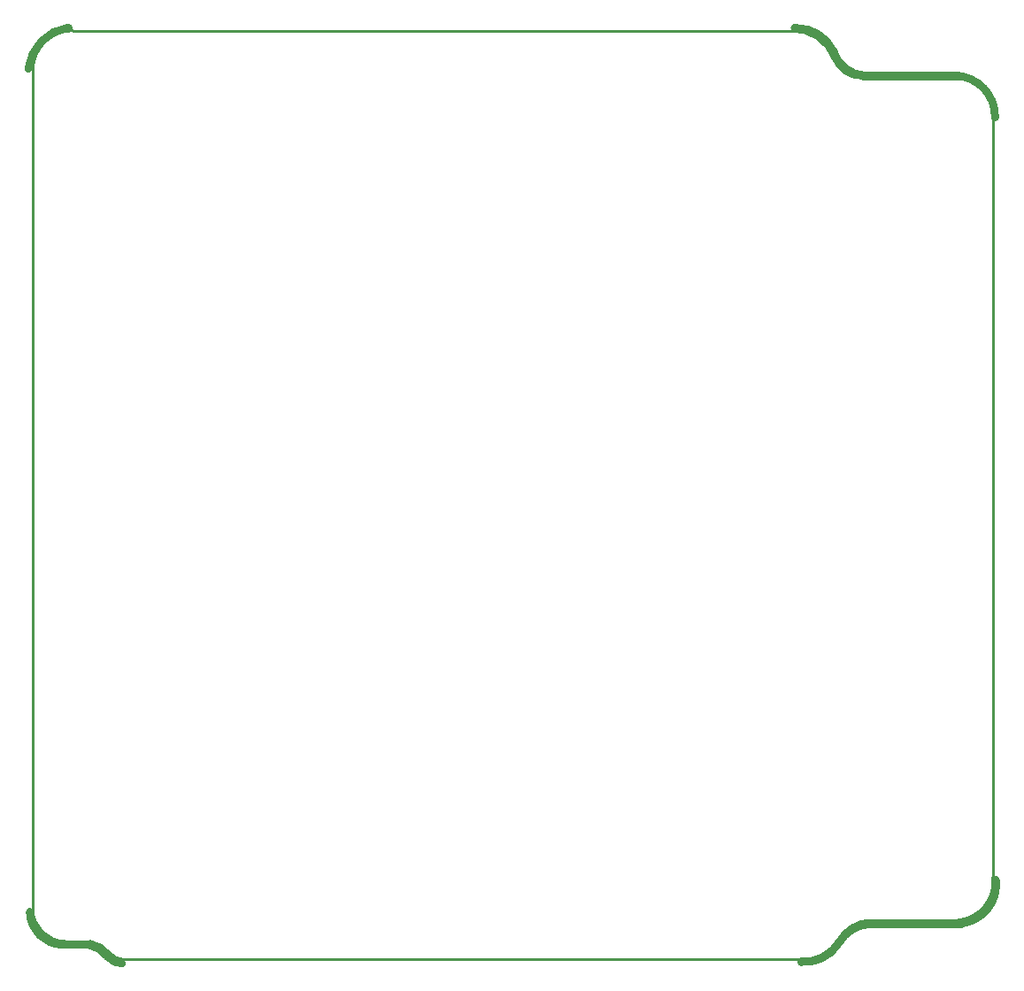
<source format=gko>
%FSTAX23Y23*%
%MOIN*%
%SFA1B1*%

%IPPOS*%
%ADD11C,0.010000*%
%ADD141C,0.030000*%
%LNpcb_obdh-1*%
%LPD*%
G54D11*
X02765Y06724D02*
D01*
D01*
G75*
G03X02616Y06569I00003J-00152D01*
G74*G01*
X02908Y03248D02*
D01*
D01*
G75*
G03X02831Y03294I-00096J-00073D01*
G74*G01*
X02616Y03416D02*
D01*
D01*
G75*
G03X0274Y03294I00123J0D01*
G74*G01*
X05504Y03226D02*
D01*
D01*
G75*
G03X05649Y033I00013J00151D01*
G74*G01*
X05766Y03373D02*
D01*
D01*
G75*
G03X05649Y033I00010J-00148D01*
G74*G01*
X06101Y03373D02*
D01*
D01*
G75*
G03X06232Y03536I-00015J00146D01*
G74*G01*
X06233Y06417D02*
D01*
D01*
G75*
G03X06111Y06544I-00124J00002D01*
G74*G01*
X02908Y03248D02*
D01*
D01*
G75*
G03X02959Y03225I00050J00043D01*
G74*G01*
X0563Y06618D02*
D01*
D01*
G75*
G03X05738Y06544I00108J00043D01*
G74*G01*
X05631Y06615D02*
D01*
D01*
G75*
G03X05474Y06723I-00154J-00056D01*
G74*G01*
X02766Y06724D02*
X05476D01*
X02616Y03416D02*
Y06572D01*
X0274Y03294D02*
X02831D01*
X05766Y03373D02*
X06105D01*
X05739Y06544D02*
X06111D01*
X06232Y03529D02*
Y06419D01*
X02959Y03225D02*
X05532D01*
G54D141*
X02901Y03233D02*
D01*
D01*
G75*
G03X02951Y0321I00050J00043D01*
G74*G01*
X02897Y03236D02*
D01*
D01*
G75*
G03X0282Y03282I-00096J-00073D01*
G74*G01*
X02605Y03404D02*
D01*
D01*
G75*
G03X02729Y03282I00123J0D01*
G74*G01*
X0551Y03216D02*
D01*
D01*
G75*
G03X05647Y03279I00013J00151D01*
G74*G01*
X05769Y03359D02*
D01*
D01*
G75*
G03X05651Y03286I00010J-00148D01*
G74*G01*
X06112Y03361D02*
D01*
D01*
G75*
G03X06242Y03524I-00015J00146D01*
G74*G01*
X02749Y06736D02*
D01*
D01*
G75*
G03X026Y06581I00028J-00177D01*
G74*G01*
X0624Y06398D02*
D01*
D01*
G75*
G03X0609Y06555I-00153J00003D01*
G74*G01*
X05631Y06647D02*
D01*
D01*
G75*
G03X05749Y06555I00127J00040D01*
G74*G01*
X0563Y06649D02*
D01*
D01*
G75*
G03X05485Y06735I-00138J-00069D01*
G74*G01*
X02729Y03282D02*
X0282D01*
X05773Y03361D02*
X06112D01*
X05749Y06555D02*
X06103D01*
M02*
</source>
